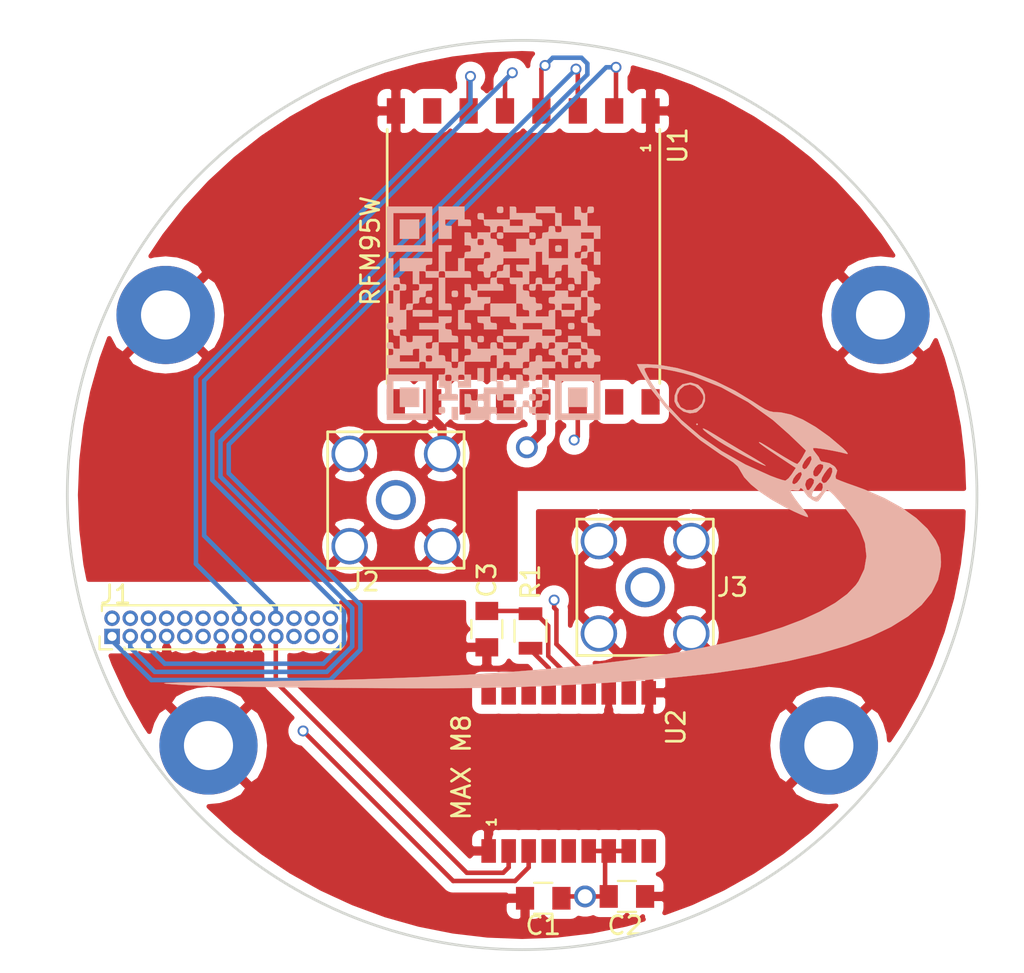
<source format=kicad_pcb>
(kicad_pcb (version 20171130) (host pcbnew "(5.1.0)-1")
  (layers (0 F.Cu signal) (1 Ground_Plane power) (2 Power_Plane mixed) (31 B.Cu signal) (34 B.Paste user) (35 F.Paste user hide) (36 B.SilkS user) (37 F.SilkS user) (38 B.Mask user hide) (39 F.Mask user hide) (44 Edge.Cuts user))
  (net 0 "")
  (net 1 GND)
  (net 2 +3V3)
  (net 3 /USB_D-)
  (net 4 /SCL)
  (net 5 /USB_D+)
  (net 6 /SDA)
  (net 7 /SD_CS)
  (net 8 /MAX_M8_TX)
  (net 9 /RADIO_CS)
  (net 10 /MAX_M8_RX)
  (net 11 /LORA_INTERRUPT)
  (net 12 /LORA_RESET)
  (net 13 /A3)
  (net 14 /A2)
  (net 15 /A1)
  (net 16 /BUZZER)
  (net 17 /MOSI)
  (net 18 /SWDIO)
  (net 19 /SCK)
  (net 20 /SWCLK)
  (net 21 /MISO)
  (net 22 "Net-(C3-Pad1)")
  (net 23 "Net-(J2-Pad1)")
  (net 24 "Net-(J3-Pad1)")
  (net 25 "Net-(R1-Pad2)")
  (net 26 "Net-(U1-Pad7)")
  (net 27 "Net-(U1-Pad11)")
  (net 28 "Net-(U1-Pad12)")
  (net 29 "Net-(U1-Pad15)")
  (net 30 "Net-(U1-Pad16)")
  (net 31 "Net-(U2-Pad16)")
  (net 32 "Net-(U2-Pad17)")
  (net 33 "Net-(U2-Pad4)")
  (net 34 "Net-(U2-Pad5)")
  (net 35 "Net-(U2-Pad9)")
  (module Capacitors_SMD:C_0805 (layer F.Cu) (at 46.4 125.4 180)
    (fp_text reference C1 (at 0 -1.5 180) (layer F.SilkS))
    (fp_text value 10u)
    (pad 2 smd rect (at 1 0 180) (size 1 1.25) (layers F.Cu F.Paste F.Mask) (net 1 GND))
    (pad 1 smd rect (at -1 0 180) (size 1 1.25) (layers F.Cu F.Paste F.Mask) (net 2 +3V3))
  )
  (module Capacitors_SMD:C_0805 (layer F.Cu) (at 43.3 110.6 270)
    (fp_text reference C3 (at -2.7 0 270) (layer F.SilkS))
    (fp_text value 10n)
    (pad 2 smd rect (at 1 0 270) (size 1 1.25) (layers F.Cu F.Paste F.Mask) (net 1 GND))
    (pad 1 smd rect (at -1 0 270) (size 1 1.25) (layers F.Cu F.Paste F.Mask) (net 22 "Net-(C3-Pad1)"))
  )
  (module DannysLib:SMA_TH (layer F.Cu) (at 52 108.3)
    (fp_text reference J3 (at 4.8 0) (layer F.SilkS))
    (fp_text value GPS)
    (pad 2 thru_hole circle (at -2.54 -2.54) (size 2 2) (drill 1.6) (layers *.Cu *.Mask) (net 1 GND))
    (pad 2 thru_hole circle (at 2.54 -2.54) (size 2 2) (drill 1.6) (layers *.Cu *.Mask) (net 1 GND))
    (pad 2 thru_hole circle (at -2.54 2.54) (size 2 2) (drill 1.6) (layers *.Cu *.Mask) (net 1 GND))
    (pad 2 thru_hole circle (at 2.54 2.54) (size 2 2) (drill 1.6) (layers *.Cu *.Mask) (net 1 GND))
    (pad 1 thru_hole circle (at 0 0) (size 2.2 2.2) (drill 1.6) (layers *.Cu *.Mask) (net 24 "Net-(J3-Pad1)"))
  )
  (module DannysLib:MAX_M82 (layer F.Cu) (at 52.2 114.1 270)
    (fp_text reference U2 (at 1.9 -1.5 270) (layer F.SilkS))
    (fp_text value MAX-M8)
    (fp_text user 1 (at 7.112 8.636 270) (layer F.SilkS) (effects (font (size 0.5 0.5) (thickness 0.125))))
    (fp_text user "MAX M8" (at 4.1 10.3 90) (layer F.SilkS))
    (pad 10 smd rect (at 0 0 270) (size 1.3 0.8) (layers F.Cu F.Paste F.Mask) (net 1 GND))
    (pad 11 smd rect (at 0 1.1 270) (size 1.3 0.8) (layers F.Cu F.Paste F.Mask) (net 24 "Net-(J3-Pad1)"))
    (pad 12 smd rect (at 0 2.2 270) (size 1.3 0.8) (layers F.Cu F.Paste F.Mask) (net 1 GND))
    (pad 13 smd rect (at 0 3.3 270) (size 1.3 0.8) (layers F.Cu F.Paste F.Mask) (net 2 +3V3))
    (pad 14 smd rect (at 0 4.4 270) (size 1.3 0.8) (layers F.Cu F.Paste F.Mask) (net 22 "Net-(C3-Pad1)"))
    (pad 15 smd rect (at 0 5.5 270) (size 1.3 0.8) (layers F.Cu F.Paste F.Mask) (net 25 "Net-(R1-Pad2)"))
    (pad 16 smd rect (at 0 6.6 270) (size 1.3 0.8) (layers F.Cu F.Paste F.Mask) (net 31 "Net-(U2-Pad16)"))
    (pad 17 smd rect (at 0 7.7 270) (size 1.3 0.8) (layers F.Cu F.Paste F.Mask) (net 32 "Net-(U2-Pad17)"))
    (pad 18 smd rect (at 0 8.8 270) (size 1.3 0.8) (layers F.Cu F.Paste F.Mask))
    (pad 1 smd rect (at 8.7 8.8 270) (size 1.3 0.8) (layers F.Cu F.Paste F.Mask) (net 1 GND))
    (pad 2 smd rect (at 8.7 7.7 270) (size 1.3 0.8) (layers F.Cu F.Paste F.Mask) (net 10 /MAX_M8_RX))
    (pad 3 smd rect (at 8.7 6.6 270) (size 1.3 0.8) (layers F.Cu F.Paste F.Mask) (net 8 /MAX_M8_TX))
    (pad 4 smd rect (at 8.7 5.5 270) (size 1.3 0.8) (layers F.Cu F.Paste F.Mask) (net 33 "Net-(U2-Pad4)"))
    (pad 5 smd rect (at 8.7 4.4 270) (size 1.3 0.8) (layers F.Cu F.Paste F.Mask) (net 34 "Net-(U2-Pad5)"))
    (pad 6 smd rect (at 8.7 3.3 270) (size 1.3 0.8) (layers F.Cu F.Paste F.Mask) (net 2 +3V3))
    (pad 7 smd rect (at 8.7 2.2 270) (size 1.3 0.8) (layers F.Cu F.Paste F.Mask) (net 2 +3V3))
    (pad 8 smd rect (at 8.7 1.1 270) (size 1.3 0.8) (layers F.Cu F.Paste F.Mask) (net 2 +3V3))
    (pad 9 smd rect (at 8.7 0 270) (size 1.3 0.8) (layers F.Cu F.Paste F.Mask) (net 35 "Net-(U2-Pad9)"))
  )
  (module Capacitors_SMD:C_0805 (layer F.Cu) (at 51 125.3)
    (fp_text reference C2 (at -0.1 1.6) (layer F.SilkS))
    (fp_text value 1u)
    (pad 1 smd rect (at -1 0) (size 1 1.25) (layers F.Cu F.Paste F.Mask) (net 2 +3V3))
    (pad 2 smd rect (at 1 0) (size 1 1.25) (layers F.Cu F.Paste F.Mask) (net 1 GND))
  )
  (module Resistors_SMD:R_0805 (layer F.Cu) (at 45.7 110.7 270)
    (fp_text reference R1 (at -2.7 0 270) (layer F.SilkS))
    (fp_text value 10)
    (pad 2 smd rect (at 0.95 0 270) (size 0.7 1.3) (layers F.Cu F.Paste F.Mask) (net 25 "Net-(R1-Pad2)"))
    (pad 1 smd rect (at -0.95 0 270) (size 0.7 1.3) (layers F.Cu F.Paste F.Mask) (net 22 "Net-(C3-Pad1)"))
  )
  (module DannysLib:RFM95W (layer F.Cu) (at 52.3 82.1 270)
    (fp_text reference U1 (at 1.9 -1.5 90) (layer F.SilkS))
    (fp_text value RFM95W)
    (fp_text user RFM95W (at 7.7 15.4 270) (layer F.SilkS))
    (fp_text user 1 (at 2.032 0.254 270) (layer F.SilkS) (effects (font (size 0.5 0.5) (thickness 0.125))))
    (pad 1 smd rect (at 0 0 270) (size 1.4 1) (layers F.Cu F.Paste F.Mask) (net 1 GND))
    (pad 2 smd rect (at 0 2 270) (size 1.4 1) (layers F.Cu F.Paste F.Mask) (net 21 /MISO))
    (pad 3 smd rect (at 0 4 270) (size 1.4 1) (layers F.Cu F.Paste F.Mask) (net 17 /MOSI))
    (pad 4 smd rect (at 0 6 270) (size 1.4 1) (layers F.Cu F.Paste F.Mask) (net 19 /SCK))
    (pad 5 smd rect (at 0 8 270) (size 1.4 1) (layers F.Cu F.Paste F.Mask) (net 9 /RADIO_CS))
    (pad 6 smd rect (at 0 10 270) (size 1.4 1) (layers F.Cu F.Paste F.Mask) (net 12 /LORA_RESET))
    (pad 7 smd rect (at 0 12 270) (size 1.4 1) (layers F.Cu F.Paste F.Mask) (net 26 "Net-(U1-Pad7)"))
    (pad 8 smd rect (at 0 14 270) (size 1.4 1) (layers F.Cu F.Paste F.Mask) (net 1 GND))
    (pad 9 smd rect (at 16 14 270) (size 1.4 1) (layers F.Cu F.Paste F.Mask) (net 23 "Net-(J2-Pad1)"))
    (pad 10 smd rect (at 16 12 270) (size 1.4 1) (layers F.Cu F.Paste F.Mask) (net 1 GND))
    (pad 11 smd rect (at 16 10 270) (size 1.4 1) (layers F.Cu F.Paste F.Mask) (net 27 "Net-(U1-Pad11)"))
    (pad 12 smd rect (at 16 8 270) (size 1.4 1) (layers F.Cu F.Paste F.Mask) (net 28 "Net-(U1-Pad12)"))
    (pad 13 smd rect (at 16 6 270) (size 1.4 1) (layers F.Cu F.Paste F.Mask) (net 2 +3V3))
    (pad 14 smd rect (at 16 4 270) (size 1.4 1) (layers F.Cu F.Paste F.Mask) (net 11 /LORA_INTERRUPT))
    (pad 15 smd rect (at 16 2 270) (size 1.4 1) (layers F.Cu F.Paste F.Mask) (net 29 "Net-(U1-Pad15)"))
    (pad 16 smd rect (at 16 0 270) (size 1.4 1) (layers F.Cu F.Paste F.Mask) (net 30 "Net-(U1-Pad16)"))
  )
  (module DannysLib:SMA_TH (layer F.Cu) (at 38.3 103.5)
    (fp_text reference J2 (at -1.75 4.5) (layer F.SilkS))
    (fp_text value LoRa)
    (pad 1 thru_hole circle (at 0 0) (size 2.2 2.2) (drill 1.6) (layers *.Cu *.Mask) (net 23 "Net-(J2-Pad1)"))
    (pad 2 thru_hole circle (at 2.54 2.54) (size 2 2) (drill 1.6) (layers *.Cu *.Mask) (net 1 GND))
    (pad 2 thru_hole circle (at -2.54 2.54) (size 2 2) (drill 1.6) (layers *.Cu *.Mask) (net 1 GND))
    (pad 2 thru_hole circle (at 2.54 -2.54) (size 2 2) (drill 1.6) (layers *.Cu *.Mask) (net 1 GND))
    (pad 2 thru_hole circle (at -2.54 -2.54) (size 2 2) (drill 1.6) (layers *.Cu *.Mask) (net 1 GND))
  )
  (module RocketShopLogos:CycloneRocketrySwoosh (layer B.Cu) (at 41.9 106.8 180)
    (fp_text reference G*** hide)
    (fp_text value LOGO hide)
  )
  (module RocketShopLogos:QRcode (layer B.Cu) (at 43.7 93.2)
    (fp_text reference G*** hide)
    (fp_text value LOGO hide)
  )
  (module Mounting_Holes:MountingHole_2.7mm_M2.5_Pad (layer F.Cu) (at 64.94 93.322)
    (fp_text reference J10 hide)
    (fp_text value CHASSIS_GND)
    (pad 1 thru_hole circle (at 0 0) (size 5.4 5.4) (drill 2.7) (layers *.Cu *.Mask) (net 1 GND))
  )
  (module Mounting_Holes:MountingHole_2.7mm_M2.5_Pad (layer F.Cu) (at 62.1 117)
    (fp_text reference J11 hide)
    (fp_text value CHASSIS_GND)
    (pad 1 thru_hole circle (at 0 0) (size 5.4 5.4) (drill 2.7) (layers *.Cu *.Mask) (net 1 GND))
  )
  (module Mounting_Holes:MountingHole_2.7mm_M2.5_Pad (layer F.Cu) (at 25.64 93.322)
    (fp_text reference J12 hide)
    (fp_text value CHASSIS_GND hide)
    (pad 1 thru_hole circle (at 0 0) (size 5.4 5.4) (drill 2.7) (layers *.Cu *.Mask) (net 1 GND))
  )
  (module Mounting_Holes:MountingHole_2.7mm_M2.5_Pad (layer F.Cu) (at 28 117)
    (fp_text reference J13 hide)
    (fp_text value CHASSIS_GND)
    (pad 1 thru_hole circle (at 0 0) (size 5.4 5.4) (drill 2.7) (layers *.Cu *.Mask) (net 1 GND))
  )
  (module Pin_Headers:Pin_Header_Straight_2x13_Pitch1.00mm (layer F.Cu) (at 22.7 111 90)
    (fp_text reference J1 (at 2.3 0.2 180) (layer F.SilkS))
    (fp_text value EXPANSION_HEADER)
    (pad 26 thru_hole oval (at 1 12 90) (size 0.85 0.85) (drill 0.5) (layers *.Cu *.Mask) (net 3 /USB_D-))
    (pad 25 thru_hole oval (at 0 12 90) (size 0.85 0.85) (drill 0.5) (layers *.Cu *.Mask) (net 4 /SCL))
    (pad 24 thru_hole oval (at 1 11 90) (size 0.85 0.85) (drill 0.5) (layers *.Cu *.Mask) (net 5 /USB_D+))
    (pad 23 thru_hole oval (at 0 11 90) (size 0.85 0.85) (drill 0.5) (layers *.Cu *.Mask) (net 6 /SDA))
    (pad 22 thru_hole oval (at 1 10 90) (size 0.85 0.85) (drill 0.5) (layers *.Cu *.Mask) (net 7 /SD_CS))
    (pad 21 thru_hole oval (at 0 10 90) (size 0.85 0.85) (drill 0.5) (layers *.Cu *.Mask) (net 8 /MAX_M8_TX))
    (pad 20 thru_hole oval (at 1 9 90) (size 0.85 0.85) (drill 0.5) (layers *.Cu *.Mask) (net 9 /RADIO_CS))
    (pad 19 thru_hole oval (at 0 9 90) (size 0.85 0.85) (drill 0.5) (layers *.Cu *.Mask) (net 10 /MAX_M8_RX))
    (pad 18 thru_hole oval (at 1 8 90) (size 0.85 0.85) (drill 0.5) (layers *.Cu *.Mask) (net 11 /LORA_INTERRUPT))
    (pad 17 thru_hole oval (at 0 8 90) (size 0.85 0.85) (drill 0.5) (layers *.Cu *.Mask) (net 1 GND))
    (pad 16 thru_hole oval (at 1 7 90) (size 0.85 0.85) (drill 0.5) (layers *.Cu *.Mask) (net 12 /LORA_RESET))
    (pad 15 thru_hole oval (at 0 7 90) (size 0.85 0.85) (drill 0.5) (layers *.Cu *.Mask) (net 1 GND))
    (pad 14 thru_hole oval (at 1 6 90) (size 0.85 0.85) (drill 0.5) (layers *.Cu *.Mask) (net 13 /A3))
    (pad 13 thru_hole oval (at 0 6 90) (size 0.85 0.85) (drill 0.5) (layers *.Cu *.Mask) (net 1 GND))
    (pad 12 thru_hole oval (at 1 5 90) (size 0.85 0.85) (drill 0.5) (layers *.Cu *.Mask) (net 14 /A2))
    (pad 11 thru_hole oval (at 0 5 90) (size 0.85 0.85) (drill 0.5) (layers *.Cu *.Mask) (net 2 +3V3))
    (pad 10 thru_hole oval (at 1 4 90) (size 0.85 0.85) (drill 0.5) (layers *.Cu *.Mask) (net 15 /A1))
    (pad 9 thru_hole oval (at 0 4 90) (size 0.85 0.85) (drill 0.5) (layers *.Cu *.Mask) (net 2 +3V3))
    (pad 8 thru_hole oval (at 1 3 90) (size 0.85 0.85) (drill 0.5) (layers *.Cu *.Mask) (net 1 GND))
    (pad 7 thru_hole oval (at 0 3 90) (size 0.85 0.85) (drill 0.5) (layers *.Cu *.Mask) (net 1 GND))
    (pad 6 thru_hole oval (at 1 2 90) (size 0.85 0.85) (drill 0.5) (layers *.Cu *.Mask) (net 16 /BUZZER))
    (pad 5 thru_hole oval (at 0 2 90) (size 0.85 0.85) (drill 0.5) (layers *.Cu *.Mask) (net 17 /MOSI))
    (pad 4 thru_hole oval (at 1 1 90) (size 0.85 0.85) (drill 0.5) (layers *.Cu *.Mask) (net 18 /SWDIO))
    (pad 3 thru_hole oval (at 0 1 90) (size 0.85 0.85) (drill 0.5) (layers *.Cu *.Mask) (net 19 /SCK))
    (pad 2 thru_hole oval (at 1 0 90) (size 0.85 0.85) (drill 0.5) (layers *.Cu *.Mask) (net 20 /SWCLK))
    (pad 1 thru_hole rect (at 0 0 90) (size 0.85 0.85) (drill 0.5) (layers *.Cu *.Mask) (net 21 /MISO))
  )
  (gr_circle (center 45.24 103.222) (end 70.24 103.522) (layer Edge.Cuts) (width 0.15))
  (segment (start 40.84 99.545787) (end 40.2 98.905787) (width 0.5) (layer F.Cu) (net 1))
  (segment (start 40.84 100.96) (end 40.84 99.545787) (width 0.5) (layer F.Cu) (net 1))
  (segment (start 40.2 98.2) (end 40.3 98.1) (width 0.5) (layer F.Cu) (net 1))
  (segment (start 40.2 98.905787) (end 40.2 98.2) (width 0.5) (layer F.Cu) (net 1))
  (segment (start 49.8 123) (end 50 122.8) (width 0.25) (layer F.Cu) (net 2))
  (segment (start 49.8 124.9) (end 49.8 123) (width 0.25) (layer F.Cu) (net 2))
  (segment (start 48.9 122.8) (end 50 122.8) (width 0.25) (layer F.Cu) (net 2))
  (segment (start 50 122.8) (end 51.1 122.8) (width 0.25) (layer F.Cu) (net 2))
  (via (at 48.7 125.3) (size 1.2) (drill 0.8) (layers F.Cu B.Cu) (net 2))
  (segment (start 47.5 125.3) (end 47.4 125.4) (width 0.25) (layer F.Cu) (net 2))
  (segment (start 48.7 125.3) (end 47.5 125.3) (width 0.25) (layer F.Cu) (net 2))
  (segment (start 48.7 125.3) (end 50 125.3) (width 0.25) (layer F.Cu) (net 2))
  (via (at 47 109) (size 0.6) (drill 0.4) (layers F.Cu B.Cu) (net 2))
  (segment (start 47 109.424264) (end 47 109) (width 0.25) (layer F.Cu) (net 2))
  (segment (start 47.125011 109.549275) (end 47 109.424264) (width 0.25) (layer F.Cu) (net 2))
  (segment (start 47.125011 111.425011) (end 47.125011 109.549275) (width 0.25) (layer F.Cu) (net 2))
  (segment (start 48.9 113.2) (end 47.125011 111.425011) (width 0.25) (layer F.Cu) (net 2))
  (segment (start 48.9 114.1) (end 48.9 113.2) (width 0.25) (layer F.Cu) (net 2))
  (via (at 45.5 100.6) (size 1.2) (drill 0.8) (layers F.Cu B.Cu) (net 2))
  (segment (start 46.3 98.1) (end 46.3 99.8) (width 0.5) (layer F.Cu) (net 2))
  (segment (start 46.3 99.8) (end 45.5 100.6) (width 0.5) (layer F.Cu) (net 2))
  (via (at 33.2 116.2) (size 0.6) (drill 0.4) (layers F.Cu B.Cu) (net 8))
  (segment (start 41.45001 124.45001) (end 33.2 116.2) (width 0.25) (layer F.Cu) (net 8))
  (segment (start 44.84999 124.45001) (end 41.45001 124.45001) (width 0.25) (layer F.Cu) (net 8))
  (segment (start 45.6 122.8) (end 45.6 123.7) (width 0.25) (layer F.Cu) (net 8))
  (segment (start 45.6 123.7) (end 44.84999 124.45001) (width 0.25) (layer F.Cu) (net 8))
  (via (at 44.7 80) (size 0.6) (drill 0.4) (layers F.Cu B.Cu) (net 9))
  (segment (start 44.3 82.1) (end 44.3 80.4) (width 0.25) (layer F.Cu) (net 9))
  (segment (start 44.3 80.4) (end 44.7 80) (width 0.25) (layer F.Cu) (net 9))
  (segment (start 31.7 109.39896) (end 31.7 110) (width 0.25) (layer B.Cu) (net 9))
  (segment (start 27.761032 105.459992) (end 31.7 109.39896) (width 0.25) (layer B.Cu) (net 9))
  (segment (start 27.761032 96.938968) (end 27.761032 105.459992) (width 0.25) (layer B.Cu) (net 9))
  (segment (start 44.7 80) (end 27.761032 96.938968) (width 0.25) (layer B.Cu) (net 9))
  (segment (start 44.5 123.7) (end 44.2 124) (width 0.25) (layer F.Cu) (net 10))
  (segment (start 44.5 122.8) (end 44.5 123.7) (width 0.25) (layer F.Cu) (net 10))
  (segment (start 44.2 124) (end 42.2 124) (width 0.25) (layer F.Cu) (net 10))
  (segment (start 31.7 113.5) (end 31.7 111) (width 0.25) (layer F.Cu) (net 10))
  (segment (start 42.2 124) (end 31.7 113.5) (width 0.25) (layer F.Cu) (net 10))
  (via (at 48.1 100.2) (size 0.6) (drill 0.4) (layers F.Cu B.Cu) (net 11))
  (segment (start 48.3 98.1) (end 48.3 100) (width 0.25) (layer F.Cu) (net 11))
  (segment (start 48.3 100) (end 48.1 100.2) (width 0.25) (layer F.Cu) (net 11))
  (via (at 42.4 80.2) (size 0.6) (drill 0.4) (layers F.Cu B.Cu) (net 12))
  (segment (start 42.3 82.1) (end 42.3 80.3) (width 0.25) (layer F.Cu) (net 12))
  (segment (start 42.3 80.3) (end 42.4 80.2) (width 0.25) (layer F.Cu) (net 12))
  (segment (start 42.4 81.66359) (end 27.311022 96.752568) (width 0.25) (layer B.Cu) (net 12))
  (segment (start 42.4 80.2) (end 42.4 81.66359) (width 0.25) (layer B.Cu) (net 12))
  (segment (start 29.7 109.39896) (end 29.7 110) (width 0.25) (layer B.Cu) (net 12))
  (segment (start 27.311022 107.009982) (end 29.7 109.39896) (width 0.25) (layer B.Cu) (net 12))
  (segment (start 27.311022 96.752568) (end 27.311022 107.009982) (width 0.25) (layer B.Cu) (net 12))
  (segment (start 48.3 79.9) (end 48.3 82.1) (width 0.25) (layer F.Cu) (net 17))
  (segment (start 48.2 79.8) (end 48.3 79.9) (width 0.25) (layer F.Cu) (net 17))
  (segment (start 24.7 111.60104) (end 24.7 111) (width 0.25) (layer B.Cu) (net 17))
  (segment (start 34.310002 112.5) (end 25.59896 112.5) (width 0.25) (layer B.Cu) (net 17))
  (segment (start 28.211042 99.788958) (end 28.211042 102.40104) (width 0.25) (layer B.Cu) (net 17))
  (segment (start 28.211042 102.40104) (end 35.450001 109.639999) (width 0.25) (layer B.Cu) (net 17))
  (segment (start 35.450001 109.639999) (end 35.450001 111.360001) (width 0.25) (layer B.Cu) (net 17))
  (segment (start 25.59896 112.5) (end 24.7 111.60104) (width 0.25) (layer B.Cu) (net 17))
  (segment (start 35.450001 111.360001) (end 34.310002 112.5) (width 0.25) (layer B.Cu) (net 17))
  (segment (start 48.2 79.8) (end 28.211042 99.788958) (width 0.25) (layer B.Cu) (net 17))
  (via (at 48.2 79.8) (size 0.6) (drill 0.4) (layers F.Cu B.Cu) (net 17))
  (via (at 46.5 79.6) (size 0.6) (drill 0.4) (layers F.Cu B.Cu) (net 19))
  (segment (start 46.3 82.1) (end 46.3 79.8) (width 0.25) (layer F.Cu) (net 19))
  (segment (start 46.3 79.8) (end 46.5 79.6) (width 0.25) (layer F.Cu) (net 19))
  (segment (start 23.7 111.60104) (end 23.7 111) (width 0.25) (layer B.Cu) (net 19))
  (segment (start 25.04897 112.95001) (end 23.7 111.60104) (width 0.25) (layer B.Cu) (net 19))
  (segment (start 35.90001 111.546402) (end 34.496402 112.95001) (width 0.25) (layer B.Cu) (net 19))
  (segment (start 35.900011 109.453599) (end 35.90001 111.546402) (width 0.25) (layer B.Cu) (net 19))
  (segment (start 28.661052 100.26395) (end 28.661052 102.21464) (width 0.25) (layer B.Cu) (net 19))
  (segment (start 28.661052 102.21464) (end 35.900011 109.453599) (width 0.25) (layer B.Cu) (net 19))
  (segment (start 48.825001 80.100001) (end 28.661052 100.26395) (width 0.25) (layer B.Cu) (net 19))
  (segment (start 34.496402 112.95001) (end 25.04897 112.95001) (width 0.25) (layer B.Cu) (net 19))
  (segment (start 48.825001 79.499999) (end 48.825001 80.100001) (width 0.25) (layer B.Cu) (net 19))
  (segment (start 46.925001 79.174999) (end 48.500001 79.174999) (width 0.25) (layer B.Cu) (net 19))
  (segment (start 48.500001 79.174999) (end 48.825001 79.499999) (width 0.25) (layer B.Cu) (net 19))
  (segment (start 46.5 79.6) (end 46.925001 79.174999) (width 0.25) (layer B.Cu) (net 19))
  (segment (start 22.7 111.23745) (end 24.86257 113.40002) (width 0.25) (layer B.Cu) (net 21))
  (segment (start 22.7 111) (end 22.7 111.23745) (width 0.25) (layer B.Cu) (net 21))
  (segment (start 36.35002 109.267198) (end 29.111062 102.02824) (width 0.25) (layer B.Cu) (net 21))
  (segment (start 36.350019 111.732801) (end 36.35002 109.267198) (width 0.25) (layer B.Cu) (net 21))
  (segment (start 24.86257 113.40002) (end 34.682803 113.400019) (width 0.25) (layer B.Cu) (net 21))
  (segment (start 34.682803 113.400019) (end 36.350019 111.732801) (width 0.25) (layer B.Cu) (net 21))
  (segment (start 29.111062 102.02824) (end 29.111062 100.45035) (width 0.25) (layer B.Cu) (net 21))
  (via (at 50.4 79.7) (size 0.6) (drill 0.4) (layers F.Cu B.Cu) (net 21))
  (segment (start 29.111062 100.45035) (end 49.861412 79.7) (width 0.25) (layer B.Cu) (net 21))
  (segment (start 49.861412 79.7) (end 50.4 79.7) (width 0.25) (layer B.Cu) (net 21))
  (segment (start 50.4 82) (end 50.3 82.1) (width 0.25) (layer F.Cu) (net 21))
  (segment (start 50.4 79.7) (end 50.4 82) (width 0.25) (layer F.Cu) (net 21))
  (segment (start 45.55 109.6) (end 45.7 109.75) (width 0.25) (layer F.Cu) (net 22))
  (segment (start 43.3 109.6) (end 45.55 109.6) (width 0.25) (layer F.Cu) (net 22))
  (segment (start 46 109.75) (end 45.7 109.75) (width 0.25) (layer F.Cu) (net 22))
  (segment (start 46.675001 110.425001) (end 46 109.75) (width 0.25) (layer F.Cu) (net 22))
  (segment (start 46.675001 112.075001) (end 46.675001 110.425001) (width 0.25) (layer F.Cu) (net 22))
  (segment (start 47.8 113.2) (end 46.675001 112.075001) (width 0.25) (layer F.Cu) (net 22))
  (segment (start 47.8 114.1) (end 47.8 113.2) (width 0.25) (layer F.Cu) (net 22))
  (segment (start 51.1 114.1) (end 51.1 113) (width 0.25) (layer F.Cu) (net 24))
  (segment (start 45.7 111.73641) (end 45.7 111.65) (width 0.25) (layer F.Cu) (net 25))
  (segment (start 46.7 112.73641) (end 45.7 111.73641) (width 0.25) (layer F.Cu) (net 25))
  (segment (start 46.7 114.1) (end 46.7 112.73641) (width 0.25) (layer F.Cu) (net 25))
  (zone (net 1) (net_name GND) (layer F.Cu) (connect_pads (clearance 0.508)) (min_thickness 0.254) (fill yes (arc_segments 32) (thermal_gap 0.508) (thermal_bridge_width 0.508))
    (polygon (pts (xy 21 128) (xy 54 128) (xy 70 128) (xy 70 104) (xy 46 104) (xy 46 108) (xy 46 109) (xy 21 109)))
  )
  (zone (net 1) (net_name GND) (layer F.Cu) (connect_pads (clearance 0.508)) (min_thickness 0.254) (fill yes (arc_segments 32) (thermal_gap 0.508) (thermal_bridge_width 0.508))
    (polygon (pts (xy 34 108) (xy 44 108) (xy 45 108) (xy 45 103) (xy 71 103) (xy 71 82) (xy 63 82) (xy 63 81) (xy 60 81) (xy 60 76) (xy 37 76) (xy 37 79) (xy 36 80) (xy 35 80) (xy 19 80) (xy 19 108)))
  )
)
</source>
